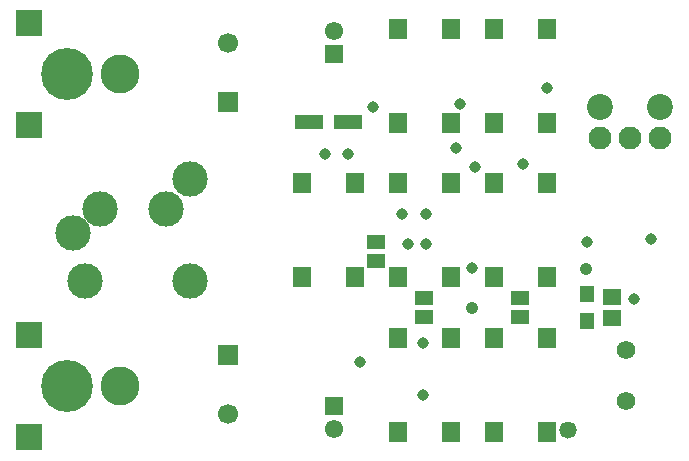
<source format=gts>
%FSLAX42Y42*%
%MOMM*%
G71*
G01*
G75*
G04 Layer_Color=8388736*
%ADD10R,1.30X1.55*%
%ADD11R,1.40X1.20*%
%ADD12R,1.30X1.00*%
%ADD13R,2.20X0.95*%
%ADD14R,1.10X1.25*%
%ADD15C,0.30*%
%ADD16C,0.25*%
%ADD17C,1.75*%
%ADD18C,2.00*%
%ADD19R,2.00X2.00*%
%ADD20C,4.20*%
%ADD21C,3.10*%
%ADD22C,1.37*%
%ADD23C,0.86*%
%ADD24R,1.35X1.35*%
%ADD25C,1.35*%
%ADD26C,2.79*%
%ADD27R,1.50X1.50*%
%ADD28C,1.50*%
%ADD29C,0.76*%
%ADD30C,1.27*%
%ADD31C,0.64*%
%ADD32R,1.10X1.40*%
%ADD33R,1.20X1.40*%
%ADD34R,0.80X0.90*%
%ADD35R,1.00X1.30*%
%ADD36R,2.39X0.51*%
%ADD37R,2.49X2.01*%
%ADD38R,1.40X1.10*%
%ADD39O,1.60X0.55*%
%ADD40O,0.55X1.60*%
%ADD41C,1.27*%
%ADD42C,0.38*%
%ADD43C,0.51*%
%ADD44C,0.20*%
%ADD45C,0.13*%
%ADD46C,0.15*%
%ADD47C,0.15*%
%ADD48R,1.50X1.75*%
%ADD49R,1.60X1.40*%
%ADD50R,1.50X1.20*%
%ADD51R,2.40X1.15*%
%ADD52R,1.30X1.45*%
%ADD53C,1.95*%
%ADD54C,2.20*%
%ADD55R,2.20X2.20*%
%ADD56C,4.40*%
%ADD57C,3.30*%
%ADD58C,1.57*%
%ADD59C,1.07*%
%ADD60R,1.55X1.55*%
%ADD61C,1.55*%
%ADD62C,3.00*%
%ADD63R,1.70X1.70*%
%ADD64C,1.70*%
%ADD65C,0.97*%
%ADD66C,1.47*%
D48*
X8538Y8493D02*
D03*
X8988D02*
D03*
X8538Y9288D02*
D03*
X8988D02*
D03*
X7362D02*
D03*
X6912D02*
D03*
X7362Y8493D02*
D03*
X6912D02*
D03*
X8988Y7979D02*
D03*
X8538D02*
D03*
X8988Y7184D02*
D03*
X8538D02*
D03*
X7725Y8493D02*
D03*
X8175D02*
D03*
X7725Y9288D02*
D03*
X8175D02*
D03*
X7725Y7184D02*
D03*
X8175D02*
D03*
X7725Y7979D02*
D03*
X8175D02*
D03*
Y10596D02*
D03*
X7725D02*
D03*
X8175Y9801D02*
D03*
X7725D02*
D03*
X8988Y10596D02*
D03*
X8538D02*
D03*
X8988Y9801D02*
D03*
X8538D02*
D03*
D49*
X9543Y8145D02*
D03*
Y8325D02*
D03*
D50*
X7544Y8632D02*
D03*
Y8792D02*
D03*
X8763Y8155D02*
D03*
Y8315D02*
D03*
X7950Y8155D02*
D03*
Y8315D02*
D03*
D51*
X7302Y9804D02*
D03*
X6972D02*
D03*
D52*
X9332Y8352D02*
D03*
Y8117D02*
D03*
D53*
X9436Y9670D02*
D03*
X9690D02*
D03*
X9944D02*
D03*
D54*
X9436Y9932D02*
D03*
X9944D02*
D03*
D55*
X4607Y7999D02*
D03*
Y7139D02*
D03*
Y10641D02*
D03*
Y9781D02*
D03*
D56*
X4922Y7569D02*
D03*
Y10211D02*
D03*
D57*
X5372Y7569D02*
D03*
Y10211D02*
D03*
D58*
X9660Y7877D02*
D03*
Y7440D02*
D03*
D59*
X9322Y8560D02*
D03*
X8357Y8230D02*
D03*
D60*
X7188Y7403D02*
D03*
Y10378D02*
D03*
D61*
Y7203D02*
D03*
Y10578D02*
D03*
D62*
X4978Y8865D02*
D03*
X5207Y9068D02*
D03*
X5766D02*
D03*
X5080Y8458D02*
D03*
X5969D02*
D03*
Y9322D02*
D03*
D63*
X6287Y7832D02*
D03*
Y9974D02*
D03*
D64*
Y7332D02*
D03*
Y10474D02*
D03*
D65*
X9873Y8814D02*
D03*
X9327Y8793D02*
D03*
X8357Y8572D02*
D03*
X7938Y7493D02*
D03*
X9728Y8306D02*
D03*
X7404Y7772D02*
D03*
X7938Y7938D02*
D03*
X7112Y9538D02*
D03*
X7303D02*
D03*
X8992Y10096D02*
D03*
X8255Y9957D02*
D03*
X7518Y9931D02*
D03*
X8217Y9589D02*
D03*
X8788Y9449D02*
D03*
X7811Y8776D02*
D03*
X7963D02*
D03*
X8382Y9423D02*
D03*
X7963Y9030D02*
D03*
X7760D02*
D03*
D66*
X9167Y7196D02*
D03*
M02*

</source>
